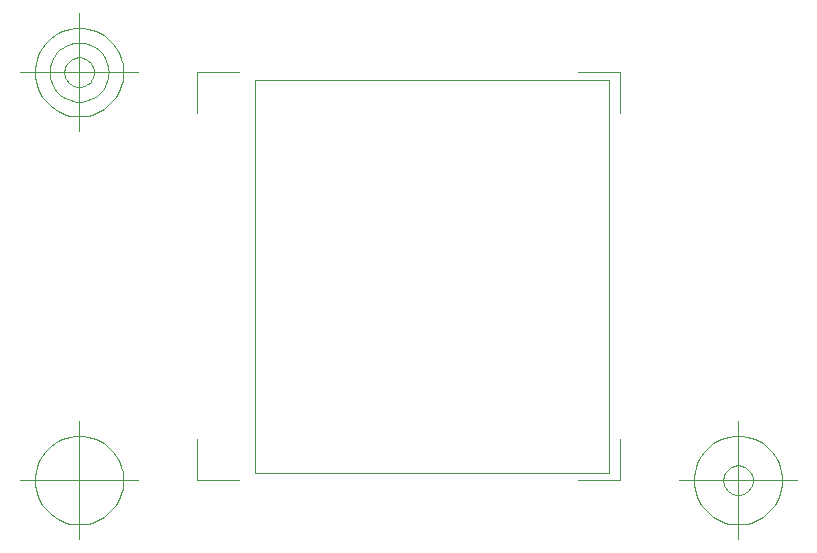
<source format=gbr>
G04 Generated by Ultiboard 10.0 *
%FSLAX25Y25*%
%MOIN*%

%ADD23C,0.00004*%
%ADD22C,0.00394*%


G04 ColorRGB 00FFFF for the following layer *
%LNLeiterplattenumriss*%
%LPD*%
%FSLAX25Y25*%
%MOIN*%
G54D23*
X0Y0D02*
X118000Y0D01*
X118000Y0D02*
X118000Y131000D01*
X118000Y131000D02*
X0Y131000D01*
X0Y131000D02*
X0Y0D01*
X0Y0D02*
X118000Y0D01*
X118000Y0D02*
X118000Y131000D01*
X118000Y131000D02*
X0Y131000D01*
X0Y131000D02*
X0Y0D01*
G54D22*
X-19400Y-2500D02*
X-19400Y11100D01*
X-19400Y-2500D02*
X-5310Y-2500D01*
X121500Y-2500D02*
X107410Y-2500D01*
X121500Y-2500D02*
X121500Y11100D01*
X121500Y133500D02*
X121500Y119900D01*
X121500Y133500D02*
X107410Y133500D01*
X-19400Y133500D02*
X-5310Y133500D01*
X-19400Y133500D02*
X-19400Y119900D01*
X-39085Y-2500D02*
X-78455Y-2500D01*
X-58770Y-22185D02*
X-58770Y17185D01*
X-44006Y-2500D02*
X-44077Y-1053D01*
X-44077Y-1053D02*
X-44290Y380D01*
X-44290Y380D02*
X-44642Y1786D01*
X-44642Y1786D02*
X-45130Y3150D01*
X-45130Y3150D02*
X-45750Y4460D01*
X-45750Y4460D02*
X-46494Y5702D01*
X-46494Y5702D02*
X-47358Y6866D01*
X-47358Y6866D02*
X-48331Y7940D01*
X-48331Y7940D02*
X-49404Y8913D01*
X-49404Y8913D02*
X-50568Y9776D01*
X-50568Y9776D02*
X-51810Y10520D01*
X-51810Y10520D02*
X-53120Y11140D01*
X-53120Y11140D02*
X-54484Y11628D01*
X-54484Y11628D02*
X-55890Y11980D01*
X-55890Y11980D02*
X-57323Y12193D01*
X-57323Y12193D02*
X-58770Y12264D01*
X-58770Y12264D02*
X-60217Y12193D01*
X-60217Y12193D02*
X-61650Y11980D01*
X-61650Y11980D02*
X-63056Y11628D01*
X-63056Y11628D02*
X-64420Y11140D01*
X-64420Y11140D02*
X-65730Y10520D01*
X-65730Y10520D02*
X-66972Y9776D01*
X-66972Y9776D02*
X-68136Y8913D01*
X-68136Y8913D02*
X-69210Y7940D01*
X-69210Y7940D02*
X-70183Y6866D01*
X-70183Y6866D02*
X-71046Y5702D01*
X-71046Y5702D02*
X-71791Y4460D01*
X-71791Y4460D02*
X-72410Y3150D01*
X-72410Y3150D02*
X-72898Y1786D01*
X-72898Y1786D02*
X-73250Y380D01*
X-73250Y380D02*
X-73463Y-1053D01*
X-73463Y-1053D02*
X-73534Y-2500D01*
X-73534Y-2500D02*
X-73463Y-3947D01*
X-73463Y-3947D02*
X-73250Y-5380D01*
X-73250Y-5380D02*
X-72898Y-6786D01*
X-72898Y-6786D02*
X-72410Y-8150D01*
X-72410Y-8150D02*
X-71791Y-9460D01*
X-71791Y-9460D02*
X-71046Y-10702D01*
X-71046Y-10702D02*
X-70183Y-11866D01*
X-70183Y-11866D02*
X-69210Y-12940D01*
X-69210Y-12940D02*
X-68136Y-13913D01*
X-68136Y-13913D02*
X-66972Y-14776D01*
X-66972Y-14776D02*
X-65730Y-15520D01*
X-65730Y-15520D02*
X-64420Y-16140D01*
X-64420Y-16140D02*
X-63056Y-16628D01*
X-63056Y-16628D02*
X-61650Y-16980D01*
X-61650Y-16980D02*
X-60217Y-17193D01*
X-60217Y-17193D02*
X-58770Y-17264D01*
X-58770Y-17264D02*
X-57323Y-17193D01*
X-57323Y-17193D02*
X-55890Y-16980D01*
X-55890Y-16980D02*
X-54484Y-16628D01*
X-54484Y-16628D02*
X-53120Y-16140D01*
X-53120Y-16140D02*
X-51810Y-15520D01*
X-51810Y-15520D02*
X-50568Y-14776D01*
X-50568Y-14776D02*
X-49404Y-13913D01*
X-49404Y-13913D02*
X-48331Y-12940D01*
X-48331Y-12940D02*
X-47358Y-11866D01*
X-47358Y-11866D02*
X-46494Y-10702D01*
X-46494Y-10702D02*
X-45750Y-9460D01*
X-45750Y-9460D02*
X-45130Y-8150D01*
X-45130Y-8150D02*
X-44642Y-6786D01*
X-44642Y-6786D02*
X-44290Y-5380D01*
X-44290Y-5380D02*
X-44077Y-3947D01*
X-44077Y-3947D02*
X-44006Y-2500D01*
X141185Y-2500D02*
X180555Y-2500D01*
X160870Y-22185D02*
X160870Y17185D01*
X175634Y-2500D02*
X175563Y-1053D01*
X175563Y-1053D02*
X175350Y380D01*
X175350Y380D02*
X174998Y1786D01*
X174998Y1786D02*
X174510Y3150D01*
X174510Y3150D02*
X173891Y4460D01*
X173891Y4460D02*
X173146Y5702D01*
X173146Y5702D02*
X172283Y6866D01*
X172283Y6866D02*
X171310Y7940D01*
X171310Y7940D02*
X170236Y8913D01*
X170236Y8913D02*
X169072Y9776D01*
X169072Y9776D02*
X167830Y10520D01*
X167830Y10520D02*
X166520Y11140D01*
X166520Y11140D02*
X165156Y11628D01*
X165156Y11628D02*
X163750Y11980D01*
X163750Y11980D02*
X162317Y12193D01*
X162317Y12193D02*
X160870Y12264D01*
X160870Y12264D02*
X159423Y12193D01*
X159423Y12193D02*
X157990Y11980D01*
X157990Y11980D02*
X156584Y11628D01*
X156584Y11628D02*
X155220Y11140D01*
X155220Y11140D02*
X153910Y10520D01*
X153910Y10520D02*
X152668Y9776D01*
X152668Y9776D02*
X151504Y8913D01*
X151504Y8913D02*
X150431Y7940D01*
X150431Y7940D02*
X149458Y6866D01*
X149458Y6866D02*
X148594Y5702D01*
X148594Y5702D02*
X147850Y4460D01*
X147850Y4460D02*
X147230Y3150D01*
X147230Y3150D02*
X146742Y1786D01*
X146742Y1786D02*
X146390Y380D01*
X146390Y380D02*
X146177Y-1053D01*
X146177Y-1053D02*
X146106Y-2500D01*
X146106Y-2500D02*
X146177Y-3947D01*
X146177Y-3947D02*
X146390Y-5380D01*
X146390Y-5380D02*
X146742Y-6786D01*
X146742Y-6786D02*
X147230Y-8150D01*
X147230Y-8150D02*
X147850Y-9460D01*
X147850Y-9460D02*
X148594Y-10702D01*
X148594Y-10702D02*
X149458Y-11866D01*
X149458Y-11866D02*
X150431Y-12940D01*
X150431Y-12940D02*
X151504Y-13913D01*
X151504Y-13913D02*
X152668Y-14776D01*
X152668Y-14776D02*
X153910Y-15520D01*
X153910Y-15520D02*
X155220Y-16140D01*
X155220Y-16140D02*
X156584Y-16628D01*
X156584Y-16628D02*
X157990Y-16980D01*
X157990Y-16980D02*
X159423Y-17193D01*
X159423Y-17193D02*
X160870Y-17264D01*
X160870Y-17264D02*
X162317Y-17193D01*
X162317Y-17193D02*
X163750Y-16980D01*
X163750Y-16980D02*
X165156Y-16628D01*
X165156Y-16628D02*
X166520Y-16140D01*
X166520Y-16140D02*
X167830Y-15520D01*
X167830Y-15520D02*
X169072Y-14776D01*
X169072Y-14776D02*
X170236Y-13913D01*
X170236Y-13913D02*
X171310Y-12940D01*
X171310Y-12940D02*
X172283Y-11866D01*
X172283Y-11866D02*
X173146Y-10702D01*
X173146Y-10702D02*
X173891Y-9460D01*
X173891Y-9460D02*
X174510Y-8150D01*
X174510Y-8150D02*
X174998Y-6786D01*
X174998Y-6786D02*
X175350Y-5380D01*
X175350Y-5380D02*
X175563Y-3947D01*
X175563Y-3947D02*
X175634Y-2500D01*
X165791Y-2500D02*
X165768Y-2018D01*
X165768Y-2018D02*
X165697Y-1540D01*
X165697Y-1540D02*
X165579Y-1071D01*
X165579Y-1071D02*
X165417Y-617D01*
X165417Y-617D02*
X165210Y-180D01*
X165210Y-180D02*
X164962Y234D01*
X164962Y234D02*
X164674Y622D01*
X164674Y622D02*
X164350Y980D01*
X164350Y980D02*
X163992Y1304D01*
X163992Y1304D02*
X163604Y1592D01*
X163604Y1592D02*
X163190Y1840D01*
X163190Y1840D02*
X162753Y2047D01*
X162753Y2047D02*
X162299Y2209D01*
X162299Y2209D02*
X161830Y2327D01*
X161830Y2327D02*
X161352Y2398D01*
X161352Y2398D02*
X160870Y2421D01*
X160870Y2421D02*
X160388Y2398D01*
X160388Y2398D02*
X159910Y2327D01*
X159910Y2327D02*
X159442Y2209D01*
X159442Y2209D02*
X158987Y2047D01*
X158987Y2047D02*
X158550Y1840D01*
X158550Y1840D02*
X158136Y1592D01*
X158136Y1592D02*
X157748Y1304D01*
X157748Y1304D02*
X157390Y980D01*
X157390Y980D02*
X157066Y622D01*
X157066Y622D02*
X156778Y234D01*
X156778Y234D02*
X156530Y-180D01*
X156530Y-180D02*
X156323Y-617D01*
X156323Y-617D02*
X156161Y-1071D01*
X156161Y-1071D02*
X156043Y-1540D01*
X156043Y-1540D02*
X155973Y-2018D01*
X155973Y-2018D02*
X155949Y-2500D01*
X155949Y-2500D02*
X155973Y-2982D01*
X155973Y-2982D02*
X156043Y-3460D01*
X156043Y-3460D02*
X156161Y-3929D01*
X156161Y-3929D02*
X156323Y-4383D01*
X156323Y-4383D02*
X156530Y-4820D01*
X156530Y-4820D02*
X156778Y-5234D01*
X156778Y-5234D02*
X157066Y-5622D01*
X157066Y-5622D02*
X157390Y-5980D01*
X157390Y-5980D02*
X157748Y-6304D01*
X157748Y-6304D02*
X158136Y-6592D01*
X158136Y-6592D02*
X158550Y-6840D01*
X158550Y-6840D02*
X158987Y-7047D01*
X158987Y-7047D02*
X159442Y-7209D01*
X159442Y-7209D02*
X159910Y-7327D01*
X159910Y-7327D02*
X160388Y-7398D01*
X160388Y-7398D02*
X160870Y-7421D01*
X160870Y-7421D02*
X161352Y-7398D01*
X161352Y-7398D02*
X161830Y-7327D01*
X161830Y-7327D02*
X162299Y-7209D01*
X162299Y-7209D02*
X162753Y-7047D01*
X162753Y-7047D02*
X163190Y-6840D01*
X163190Y-6840D02*
X163604Y-6592D01*
X163604Y-6592D02*
X163992Y-6304D01*
X163992Y-6304D02*
X164350Y-5980D01*
X164350Y-5980D02*
X164674Y-5622D01*
X164674Y-5622D02*
X164962Y-5234D01*
X164962Y-5234D02*
X165210Y-4820D01*
X165210Y-4820D02*
X165417Y-4383D01*
X165417Y-4383D02*
X165579Y-3929D01*
X165579Y-3929D02*
X165697Y-3460D01*
X165697Y-3460D02*
X165768Y-2982D01*
X165768Y-2982D02*
X165791Y-2500D01*
X-39085Y133500D02*
X-78455Y133500D01*
X-58770Y113815D02*
X-58770Y153185D01*
X-44006Y133500D02*
X-44077Y134947D01*
X-44077Y134947D02*
X-44290Y136380D01*
X-44290Y136380D02*
X-44642Y137786D01*
X-44642Y137786D02*
X-45130Y139150D01*
X-45130Y139150D02*
X-45750Y140460D01*
X-45750Y140460D02*
X-46494Y141702D01*
X-46494Y141702D02*
X-47358Y142866D01*
X-47358Y142866D02*
X-48331Y143940D01*
X-48331Y143940D02*
X-49404Y144913D01*
X-49404Y144913D02*
X-50568Y145776D01*
X-50568Y145776D02*
X-51810Y146520D01*
X-51810Y146520D02*
X-53120Y147140D01*
X-53120Y147140D02*
X-54484Y147628D01*
X-54484Y147628D02*
X-55890Y147980D01*
X-55890Y147980D02*
X-57323Y148193D01*
X-57323Y148193D02*
X-58770Y148264D01*
X-58770Y148264D02*
X-60217Y148193D01*
X-60217Y148193D02*
X-61650Y147980D01*
X-61650Y147980D02*
X-63056Y147628D01*
X-63056Y147628D02*
X-64420Y147140D01*
X-64420Y147140D02*
X-65730Y146520D01*
X-65730Y146520D02*
X-66972Y145776D01*
X-66972Y145776D02*
X-68136Y144913D01*
X-68136Y144913D02*
X-69210Y143940D01*
X-69210Y143940D02*
X-70183Y142866D01*
X-70183Y142866D02*
X-71046Y141702D01*
X-71046Y141702D02*
X-71791Y140460D01*
X-71791Y140460D02*
X-72410Y139150D01*
X-72410Y139150D02*
X-72898Y137786D01*
X-72898Y137786D02*
X-73250Y136380D01*
X-73250Y136380D02*
X-73463Y134947D01*
X-73463Y134947D02*
X-73534Y133500D01*
X-73534Y133500D02*
X-73463Y132053D01*
X-73463Y132053D02*
X-73250Y130620D01*
X-73250Y130620D02*
X-72898Y129214D01*
X-72898Y129214D02*
X-72410Y127850D01*
X-72410Y127850D02*
X-71791Y126540D01*
X-71791Y126540D02*
X-71046Y125298D01*
X-71046Y125298D02*
X-70183Y124134D01*
X-70183Y124134D02*
X-69210Y123060D01*
X-69210Y123060D02*
X-68136Y122087D01*
X-68136Y122087D02*
X-66972Y121224D01*
X-66972Y121224D02*
X-65730Y120480D01*
X-65730Y120480D02*
X-64420Y119860D01*
X-64420Y119860D02*
X-63056Y119372D01*
X-63056Y119372D02*
X-61650Y119020D01*
X-61650Y119020D02*
X-60217Y118807D01*
X-60217Y118807D02*
X-58770Y118736D01*
X-58770Y118736D02*
X-57323Y118807D01*
X-57323Y118807D02*
X-55890Y119020D01*
X-55890Y119020D02*
X-54484Y119372D01*
X-54484Y119372D02*
X-53120Y119860D01*
X-53120Y119860D02*
X-51810Y120480D01*
X-51810Y120480D02*
X-50568Y121224D01*
X-50568Y121224D02*
X-49404Y122087D01*
X-49404Y122087D02*
X-48331Y123060D01*
X-48331Y123060D02*
X-47358Y124134D01*
X-47358Y124134D02*
X-46494Y125298D01*
X-46494Y125298D02*
X-45750Y126540D01*
X-45750Y126540D02*
X-45130Y127850D01*
X-45130Y127850D02*
X-44642Y129214D01*
X-44642Y129214D02*
X-44290Y130620D01*
X-44290Y130620D02*
X-44077Y132053D01*
X-44077Y132053D02*
X-44006Y133500D01*
X-48928Y133500D02*
X-48975Y134465D01*
X-48975Y134465D02*
X-49117Y135420D01*
X-49117Y135420D02*
X-49351Y136357D01*
X-49351Y136357D02*
X-49677Y137267D01*
X-49677Y137267D02*
X-50090Y138140D01*
X-50090Y138140D02*
X-50586Y138968D01*
X-50586Y138968D02*
X-51162Y139744D01*
X-51162Y139744D02*
X-51810Y140460D01*
X-51810Y140460D02*
X-52526Y141108D01*
X-52526Y141108D02*
X-53302Y141684D01*
X-53302Y141684D02*
X-54130Y142180D01*
X-54130Y142180D02*
X-55004Y142593D01*
X-55004Y142593D02*
X-55913Y142919D01*
X-55913Y142919D02*
X-56850Y143153D01*
X-56850Y143153D02*
X-57805Y143295D01*
X-57805Y143295D02*
X-58770Y143343D01*
X-58770Y143343D02*
X-59735Y143295D01*
X-59735Y143295D02*
X-60690Y143153D01*
X-60690Y143153D02*
X-61627Y142919D01*
X-61627Y142919D02*
X-62537Y142593D01*
X-62537Y142593D02*
X-63410Y142180D01*
X-63410Y142180D02*
X-64238Y141684D01*
X-64238Y141684D02*
X-65014Y141108D01*
X-65014Y141108D02*
X-65730Y140460D01*
X-65730Y140460D02*
X-66378Y139744D01*
X-66378Y139744D02*
X-66954Y138968D01*
X-66954Y138968D02*
X-67450Y138140D01*
X-67450Y138140D02*
X-67863Y137267D01*
X-67863Y137267D02*
X-68189Y136357D01*
X-68189Y136357D02*
X-68423Y135420D01*
X-68423Y135420D02*
X-68565Y134465D01*
X-68565Y134465D02*
X-68613Y133500D01*
X-68613Y133500D02*
X-68565Y132535D01*
X-68565Y132535D02*
X-68423Y131580D01*
X-68423Y131580D02*
X-68189Y130643D01*
X-68189Y130643D02*
X-67863Y129733D01*
X-67863Y129733D02*
X-67450Y128860D01*
X-67450Y128860D02*
X-66954Y128032D01*
X-66954Y128032D02*
X-66378Y127256D01*
X-66378Y127256D02*
X-65730Y126540D01*
X-65730Y126540D02*
X-65014Y125892D01*
X-65014Y125892D02*
X-64238Y125316D01*
X-64238Y125316D02*
X-63410Y124820D01*
X-63410Y124820D02*
X-62537Y124407D01*
X-62537Y124407D02*
X-61627Y124081D01*
X-61627Y124081D02*
X-60690Y123847D01*
X-60690Y123847D02*
X-59735Y123705D01*
X-59735Y123705D02*
X-58770Y123657D01*
X-58770Y123657D02*
X-57805Y123705D01*
X-57805Y123705D02*
X-56850Y123847D01*
X-56850Y123847D02*
X-55913Y124081D01*
X-55913Y124081D02*
X-55004Y124407D01*
X-55004Y124407D02*
X-54130Y124820D01*
X-54130Y124820D02*
X-53302Y125316D01*
X-53302Y125316D02*
X-52526Y125892D01*
X-52526Y125892D02*
X-51810Y126540D01*
X-51810Y126540D02*
X-51162Y127256D01*
X-51162Y127256D02*
X-50586Y128032D01*
X-50586Y128032D02*
X-50090Y128860D01*
X-50090Y128860D02*
X-49677Y129733D01*
X-49677Y129733D02*
X-49351Y130643D01*
X-49351Y130643D02*
X-49117Y131580D01*
X-49117Y131580D02*
X-48975Y132535D01*
X-48975Y132535D02*
X-48928Y133500D01*
X-53849Y133500D02*
X-53873Y133982D01*
X-53873Y133982D02*
X-53943Y134460D01*
X-53943Y134460D02*
X-54061Y134929D01*
X-54061Y134929D02*
X-54223Y135383D01*
X-54223Y135383D02*
X-54430Y135820D01*
X-54430Y135820D02*
X-54678Y136234D01*
X-54678Y136234D02*
X-54966Y136622D01*
X-54966Y136622D02*
X-55290Y136980D01*
X-55290Y136980D02*
X-55648Y137304D01*
X-55648Y137304D02*
X-56036Y137592D01*
X-56036Y137592D02*
X-56450Y137840D01*
X-56450Y137840D02*
X-56887Y138047D01*
X-56887Y138047D02*
X-57342Y138209D01*
X-57342Y138209D02*
X-57810Y138327D01*
X-57810Y138327D02*
X-58288Y138398D01*
X-58288Y138398D02*
X-58770Y138421D01*
X-58770Y138421D02*
X-59252Y138398D01*
X-59252Y138398D02*
X-59730Y138327D01*
X-59730Y138327D02*
X-60199Y138209D01*
X-60199Y138209D02*
X-60653Y138047D01*
X-60653Y138047D02*
X-61090Y137840D01*
X-61090Y137840D02*
X-61504Y137592D01*
X-61504Y137592D02*
X-61892Y137304D01*
X-61892Y137304D02*
X-62250Y136980D01*
X-62250Y136980D02*
X-62574Y136622D01*
X-62574Y136622D02*
X-62862Y136234D01*
X-62862Y136234D02*
X-63110Y135820D01*
X-63110Y135820D02*
X-63317Y135383D01*
X-63317Y135383D02*
X-63479Y134929D01*
X-63479Y134929D02*
X-63597Y134460D01*
X-63597Y134460D02*
X-63668Y133982D01*
X-63668Y133982D02*
X-63691Y133500D01*
X-63691Y133500D02*
X-63668Y133018D01*
X-63668Y133018D02*
X-63597Y132540D01*
X-63597Y132540D02*
X-63479Y132071D01*
X-63479Y132071D02*
X-63317Y131617D01*
X-63317Y131617D02*
X-63110Y131180D01*
X-63110Y131180D02*
X-62862Y130766D01*
X-62862Y130766D02*
X-62574Y130378D01*
X-62574Y130378D02*
X-62250Y130020D01*
X-62250Y130020D02*
X-61892Y129696D01*
X-61892Y129696D02*
X-61504Y129408D01*
X-61504Y129408D02*
X-61090Y129160D01*
X-61090Y129160D02*
X-60653Y128953D01*
X-60653Y128953D02*
X-60199Y128791D01*
X-60199Y128791D02*
X-59730Y128673D01*
X-59730Y128673D02*
X-59252Y128602D01*
X-59252Y128602D02*
X-58770Y128579D01*
X-58770Y128579D02*
X-58288Y128602D01*
X-58288Y128602D02*
X-57810Y128673D01*
X-57810Y128673D02*
X-57342Y128791D01*
X-57342Y128791D02*
X-56887Y128953D01*
X-56887Y128953D02*
X-56450Y129160D01*
X-56450Y129160D02*
X-56036Y129408D01*
X-56036Y129408D02*
X-55648Y129696D01*
X-55648Y129696D02*
X-55290Y130020D01*
X-55290Y130020D02*
X-54966Y130378D01*
X-54966Y130378D02*
X-54678Y130766D01*
X-54678Y130766D02*
X-54430Y131180D01*
X-54430Y131180D02*
X-54223Y131617D01*
X-54223Y131617D02*
X-54061Y132071D01*
X-54061Y132071D02*
X-53943Y132540D01*
X-53943Y132540D02*
X-53873Y133018D01*
X-53873Y133018D02*
X-53849Y133500D01*
X-19400Y-2500D02*
X-19400Y11100D01*
X-19400Y-2500D02*
X-5310Y-2500D01*
X121500Y-2500D02*
X107410Y-2500D01*
X121500Y-2500D02*
X121500Y11100D01*
X121500Y133500D02*
X121500Y119900D01*
X121500Y133500D02*
X107410Y133500D01*
X-19400Y133500D02*
X-5310Y133500D01*
X-19400Y133500D02*
X-19400Y119900D01*
X-39085Y-2500D02*
X-78455Y-2500D01*
X-58770Y-22185D02*
X-58770Y17185D01*
X-44006Y-2500D02*
X-44077Y-1053D01*
X-44077Y-1053D02*
X-44290Y380D01*
X-44290Y380D02*
X-44642Y1786D01*
X-44642Y1786D02*
X-45130Y3150D01*
X-45130Y3150D02*
X-45750Y4460D01*
X-45750Y4460D02*
X-46494Y5702D01*
X-46494Y5702D02*
X-47358Y6866D01*
X-47358Y6866D02*
X-48331Y7940D01*
X-48331Y7940D02*
X-49404Y8913D01*
X-49404Y8913D02*
X-50568Y9776D01*
X-50568Y9776D02*
X-51810Y10520D01*
X-51810Y10520D02*
X-53120Y11140D01*
X-53120Y11140D02*
X-54484Y11628D01*
X-54484Y11628D02*
X-55890Y11980D01*
X-55890Y11980D02*
X-57323Y12193D01*
X-57323Y12193D02*
X-58770Y12264D01*
X-58770Y12264D02*
X-60217Y12193D01*
X-60217Y12193D02*
X-61650Y11980D01*
X-61650Y11980D02*
X-63056Y11628D01*
X-63056Y11628D02*
X-64420Y11140D01*
X-64420Y11140D02*
X-65730Y10520D01*
X-65730Y10520D02*
X-66972Y9776D01*
X-66972Y9776D02*
X-68136Y8913D01*
X-68136Y8913D02*
X-69210Y7940D01*
X-69210Y7940D02*
X-70183Y6866D01*
X-70183Y6866D02*
X-71046Y5702D01*
X-71046Y5702D02*
X-71791Y4460D01*
X-71791Y4460D02*
X-72410Y3150D01*
X-72410Y3150D02*
X-72898Y1786D01*
X-72898Y1786D02*
X-73250Y380D01*
X-73250Y380D02*
X-73463Y-1053D01*
X-73463Y-1053D02*
X-73534Y-2500D01*
X-73534Y-2500D02*
X-73463Y-3947D01*
X-73463Y-3947D02*
X-73250Y-5380D01*
X-73250Y-5380D02*
X-72898Y-6786D01*
X-72898Y-6786D02*
X-72410Y-8150D01*
X-72410Y-8150D02*
X-71791Y-9460D01*
X-71791Y-9460D02*
X-71046Y-10702D01*
X-71046Y-10702D02*
X-70183Y-11866D01*
X-70183Y-11866D02*
X-69210Y-12940D01*
X-69210Y-12940D02*
X-68136Y-13913D01*
X-68136Y-13913D02*
X-66972Y-14776D01*
X-66972Y-14776D02*
X-65730Y-15520D01*
X-65730Y-15520D02*
X-64420Y-16140D01*
X-64420Y-16140D02*
X-63056Y-16628D01*
X-63056Y-16628D02*
X-61650Y-16980D01*
X-61650Y-16980D02*
X-60217Y-17193D01*
X-60217Y-17193D02*
X-58770Y-17264D01*
X-58770Y-17264D02*
X-57323Y-17193D01*
X-57323Y-17193D02*
X-55890Y-16980D01*
X-55890Y-16980D02*
X-54484Y-16628D01*
X-54484Y-16628D02*
X-53120Y-16140D01*
X-53120Y-16140D02*
X-51810Y-15520D01*
X-51810Y-15520D02*
X-50568Y-14776D01*
X-50568Y-14776D02*
X-49404Y-13913D01*
X-49404Y-13913D02*
X-48331Y-12940D01*
X-48331Y-12940D02*
X-47358Y-11866D01*
X-47358Y-11866D02*
X-46494Y-10702D01*
X-46494Y-10702D02*
X-45750Y-9460D01*
X-45750Y-9460D02*
X-45130Y-8150D01*
X-45130Y-8150D02*
X-44642Y-6786D01*
X-44642Y-6786D02*
X-44290Y-5380D01*
X-44290Y-5380D02*
X-44077Y-3947D01*
X-44077Y-3947D02*
X-44006Y-2500D01*
X141185Y-2500D02*
X180555Y-2500D01*
X160870Y-22185D02*
X160870Y17185D01*
X175634Y-2500D02*
X175563Y-1053D01*
X175563Y-1053D02*
X175350Y380D01*
X175350Y380D02*
X174998Y1786D01*
X174998Y1786D02*
X174510Y3150D01*
X174510Y3150D02*
X173891Y4460D01*
X173891Y4460D02*
X173146Y5702D01*
X173146Y5702D02*
X172283Y6866D01*
X172283Y6866D02*
X171310Y7940D01*
X171310Y7940D02*
X170236Y8913D01*
X170236Y8913D02*
X169072Y9776D01*
X169072Y9776D02*
X167830Y10520D01*
X167830Y10520D02*
X166520Y11140D01*
X166520Y11140D02*
X165156Y11628D01*
X165156Y11628D02*
X163750Y11980D01*
X163750Y11980D02*
X162317Y12193D01*
X162317Y12193D02*
X160870Y12264D01*
X160870Y12264D02*
X159423Y12193D01*
X159423Y12193D02*
X157990Y11980D01*
X157990Y11980D02*
X156584Y11628D01*
X156584Y11628D02*
X155220Y11140D01*
X155220Y11140D02*
X153910Y10520D01*
X153910Y10520D02*
X152668Y9776D01*
X152668Y9776D02*
X151504Y8913D01*
X151504Y8913D02*
X150431Y7940D01*
X150431Y7940D02*
X149458Y6866D01*
X149458Y6866D02*
X148594Y5702D01*
X148594Y5702D02*
X147850Y4460D01*
X147850Y4460D02*
X147230Y3150D01*
X147230Y3150D02*
X146742Y1786D01*
X146742Y1786D02*
X146390Y380D01*
X146390Y380D02*
X146177Y-1053D01*
X146177Y-1053D02*
X146106Y-2500D01*
X146106Y-2500D02*
X146177Y-3947D01*
X146177Y-3947D02*
X146390Y-5380D01*
X146390Y-5380D02*
X146742Y-6786D01*
X146742Y-6786D02*
X147230Y-8150D01*
X147230Y-8150D02*
X147850Y-9460D01*
X147850Y-9460D02*
X148594Y-10702D01*
X148594Y-10702D02*
X149458Y-11866D01*
X149458Y-11866D02*
X150431Y-12940D01*
X150431Y-12940D02*
X151504Y-13913D01*
X151504Y-13913D02*
X152668Y-14776D01*
X152668Y-14776D02*
X153910Y-15520D01*
X153910Y-15520D02*
X155220Y-16140D01*
X155220Y-16140D02*
X156584Y-16628D01*
X156584Y-16628D02*
X157990Y-16980D01*
X157990Y-16980D02*
X159423Y-17193D01*
X159423Y-17193D02*
X160870Y-17264D01*
X160870Y-17264D02*
X162317Y-17193D01*
X162317Y-17193D02*
X163750Y-16980D01*
X163750Y-16980D02*
X165156Y-16628D01*
X165156Y-16628D02*
X166520Y-16140D01*
X166520Y-16140D02*
X167830Y-15520D01*
X167830Y-15520D02*
X169072Y-14776D01*
X169072Y-14776D02*
X170236Y-13913D01*
X170236Y-13913D02*
X171310Y-12940D01*
X171310Y-12940D02*
X172283Y-11866D01*
X172283Y-11866D02*
X173146Y-10702D01*
X173146Y-10702D02*
X173891Y-9460D01*
X173891Y-9460D02*
X174510Y-8150D01*
X174510Y-8150D02*
X174998Y-6786D01*
X174998Y-6786D02*
X175350Y-5380D01*
X175350Y-5380D02*
X175563Y-3947D01*
X175563Y-3947D02*
X175634Y-2500D01*
X165791Y-2500D02*
X165768Y-2018D01*
X165768Y-2018D02*
X165697Y-1540D01*
X165697Y-1540D02*
X165579Y-1071D01*
X165579Y-1071D02*
X165417Y-617D01*
X165417Y-617D02*
X165210Y-180D01*
X165210Y-180D02*
X164962Y234D01*
X164962Y234D02*
X164674Y622D01*
X164674Y622D02*
X164350Y980D01*
X164350Y980D02*
X163992Y1304D01*
X163992Y1304D02*
X163604Y1592D01*
X163604Y1592D02*
X163190Y1840D01*
X163190Y1840D02*
X162753Y2047D01*
X162753Y2047D02*
X162299Y2209D01*
X162299Y2209D02*
X161830Y2327D01*
X161830Y2327D02*
X161352Y2398D01*
X161352Y2398D02*
X160870Y2421D01*
X160870Y2421D02*
X160388Y2398D01*
X160388Y2398D02*
X159910Y2327D01*
X159910Y2327D02*
X159442Y2209D01*
X159442Y2209D02*
X158987Y2047D01*
X158987Y2047D02*
X158550Y1840D01*
X158550Y1840D02*
X158136Y1592D01*
X158136Y1592D02*
X157748Y1304D01*
X157748Y1304D02*
X157390Y980D01*
X157390Y980D02*
X157066Y622D01*
X157066Y622D02*
X156778Y234D01*
X156778Y234D02*
X156530Y-180D01*
X156530Y-180D02*
X156323Y-617D01*
X156323Y-617D02*
X156161Y-1071D01*
X156161Y-1071D02*
X156043Y-1540D01*
X156043Y-1540D02*
X155973Y-2018D01*
X155973Y-2018D02*
X155949Y-2500D01*
X155949Y-2500D02*
X155973Y-2982D01*
X155973Y-2982D02*
X156043Y-3460D01*
X156043Y-3460D02*
X156161Y-3929D01*
X156161Y-3929D02*
X156323Y-4383D01*
X156323Y-4383D02*
X156530Y-4820D01*
X156530Y-4820D02*
X156778Y-5234D01*
X156778Y-5234D02*
X157066Y-5622D01*
X157066Y-5622D02*
X157390Y-5980D01*
X157390Y-5980D02*
X157748Y-6304D01*
X157748Y-6304D02*
X158136Y-6592D01*
X158136Y-6592D02*
X158550Y-6840D01*
X158550Y-6840D02*
X158987Y-7047D01*
X158987Y-7047D02*
X159442Y-7209D01*
X159442Y-7209D02*
X159910Y-7327D01*
X159910Y-7327D02*
X160388Y-7398D01*
X160388Y-7398D02*
X160870Y-7421D01*
X160870Y-7421D02*
X161352Y-7398D01*
X161352Y-7398D02*
X161830Y-7327D01*
X161830Y-7327D02*
X162299Y-7209D01*
X162299Y-7209D02*
X162753Y-7047D01*
X162753Y-7047D02*
X163190Y-6840D01*
X163190Y-6840D02*
X163604Y-6592D01*
X163604Y-6592D02*
X163992Y-6304D01*
X163992Y-6304D02*
X164350Y-5980D01*
X164350Y-5980D02*
X164674Y-5622D01*
X164674Y-5622D02*
X164962Y-5234D01*
X164962Y-5234D02*
X165210Y-4820D01*
X165210Y-4820D02*
X165417Y-4383D01*
X165417Y-4383D02*
X165579Y-3929D01*
X165579Y-3929D02*
X165697Y-3460D01*
X165697Y-3460D02*
X165768Y-2982D01*
X165768Y-2982D02*
X165791Y-2500D01*
X-39085Y133500D02*
X-78455Y133500D01*
X-58770Y113815D02*
X-58770Y153185D01*
X-44006Y133500D02*
X-44077Y134947D01*
X-44077Y134947D02*
X-44290Y136380D01*
X-44290Y136380D02*
X-44642Y137786D01*
X-44642Y137786D02*
X-45130Y139150D01*
X-45130Y139150D02*
X-45750Y140460D01*
X-45750Y140460D02*
X-46494Y141702D01*
X-46494Y141702D02*
X-47358Y142866D01*
X-47358Y142866D02*
X-48331Y143940D01*
X-48331Y143940D02*
X-49404Y144913D01*
X-49404Y144913D02*
X-50568Y145776D01*
X-50568Y145776D02*
X-51810Y146520D01*
X-51810Y146520D02*
X-53120Y147140D01*
X-53120Y147140D02*
X-54484Y147628D01*
X-54484Y147628D02*
X-55890Y147980D01*
X-55890Y147980D02*
X-57323Y148193D01*
X-57323Y148193D02*
X-58770Y148264D01*
X-58770Y148264D02*
X-60217Y148193D01*
X-60217Y148193D02*
X-61650Y147980D01*
X-61650Y147980D02*
X-63056Y147628D01*
X-63056Y147628D02*
X-64420Y147140D01*
X-64420Y147140D02*
X-65730Y146520D01*
X-65730Y146520D02*
X-66972Y145776D01*
X-66972Y145776D02*
X-68136Y144913D01*
X-68136Y144913D02*
X-69210Y143940D01*
X-69210Y143940D02*
X-70183Y142866D01*
X-70183Y142866D02*
X-71046Y141702D01*
X-71046Y141702D02*
X-71791Y140460D01*
X-71791Y140460D02*
X-72410Y139150D01*
X-72410Y139150D02*
X-72898Y137786D01*
X-72898Y137786D02*
X-73250Y136380D01*
X-73250Y136380D02*
X-73463Y134947D01*
X-73463Y134947D02*
X-73534Y133500D01*
X-73534Y133500D02*
X-73463Y132053D01*
X-73463Y132053D02*
X-73250Y130620D01*
X-73250Y130620D02*
X-72898Y129214D01*
X-72898Y129214D02*
X-72410Y127850D01*
X-72410Y127850D02*
X-71791Y126540D01*
X-71791Y126540D02*
X-71046Y125298D01*
X-71046Y125298D02*
X-70183Y124134D01*
X-70183Y124134D02*
X-69210Y123060D01*
X-69210Y123060D02*
X-68136Y122087D01*
X-68136Y122087D02*
X-66972Y121224D01*
X-66972Y121224D02*
X-65730Y120480D01*
X-65730Y120480D02*
X-64420Y119860D01*
X-64420Y119860D02*
X-63056Y119372D01*
X-63056Y119372D02*
X-61650Y119020D01*
X-61650Y119020D02*
X-60217Y118807D01*
X-60217Y118807D02*
X-58770Y118736D01*
X-58770Y118736D02*
X-57323Y118807D01*
X-57323Y118807D02*
X-55890Y119020D01*
X-55890Y119020D02*
X-54484Y119372D01*
X-54484Y119372D02*
X-53120Y119860D01*
X-53120Y119860D02*
X-51810Y120480D01*
X-51810Y120480D02*
X-50568Y121224D01*
X-50568Y121224D02*
X-49404Y122087D01*
X-49404Y122087D02*
X-48331Y123060D01*
X-48331Y123060D02*
X-47358Y124134D01*
X-47358Y124134D02*
X-46494Y125298D01*
X-46494Y125298D02*
X-45750Y126540D01*
X-45750Y126540D02*
X-45130Y127850D01*
X-45130Y127850D02*
X-44642Y129214D01*
X-44642Y129214D02*
X-44290Y130620D01*
X-44290Y130620D02*
X-44077Y132053D01*
X-44077Y132053D02*
X-44006Y133500D01*
X-48928Y133500D02*
X-48975Y134465D01*
X-48975Y134465D02*
X-49117Y135420D01*
X-49117Y135420D02*
X-49351Y136357D01*
X-49351Y136357D02*
X-49677Y137267D01*
X-49677Y137267D02*
X-50090Y138140D01*
X-50090Y138140D02*
X-50586Y138968D01*
X-50586Y138968D02*
X-51162Y139744D01*
X-51162Y139744D02*
X-51810Y140460D01*
X-51810Y140460D02*
X-52526Y141108D01*
X-52526Y141108D02*
X-53302Y141684D01*
X-53302Y141684D02*
X-54130Y142180D01*
X-54130Y142180D02*
X-55004Y142593D01*
X-55004Y142593D02*
X-55913Y142919D01*
X-55913Y142919D02*
X-56850Y143153D01*
X-56850Y143153D02*
X-57805Y143295D01*
X-57805Y143295D02*
X-58770Y143343D01*
X-58770Y143343D02*
X-59735Y143295D01*
X-59735Y143295D02*
X-60690Y143153D01*
X-60690Y143153D02*
X-61627Y142919D01*
X-61627Y142919D02*
X-62537Y142593D01*
X-62537Y142593D02*
X-63410Y142180D01*
X-63410Y142180D02*
X-64238Y141684D01*
X-64238Y141684D02*
X-65014Y141108D01*
X-65014Y141108D02*
X-65730Y140460D01*
X-65730Y140460D02*
X-66378Y139744D01*
X-66378Y139744D02*
X-66954Y138968D01*
X-66954Y138968D02*
X-67450Y138140D01*
X-67450Y138140D02*
X-67863Y137267D01*
X-67863Y137267D02*
X-68189Y136357D01*
X-68189Y136357D02*
X-68423Y135420D01*
X-68423Y135420D02*
X-68565Y134465D01*
X-68565Y134465D02*
X-68613Y133500D01*
X-68613Y133500D02*
X-68565Y132535D01*
X-68565Y132535D02*
X-68423Y131580D01*
X-68423Y131580D02*
X-68189Y130643D01*
X-68189Y130643D02*
X-67863Y129733D01*
X-67863Y129733D02*
X-67450Y128860D01*
X-67450Y128860D02*
X-66954Y128032D01*
X-66954Y128032D02*
X-66378Y127256D01*
X-66378Y127256D02*
X-65730Y126540D01*
X-65730Y126540D02*
X-65014Y125892D01*
X-65014Y125892D02*
X-64238Y125316D01*
X-64238Y125316D02*
X-63410Y124820D01*
X-63410Y124820D02*
X-62537Y124407D01*
X-62537Y124407D02*
X-61627Y124081D01*
X-61627Y124081D02*
X-60690Y123847D01*
X-60690Y123847D02*
X-59735Y123705D01*
X-59735Y123705D02*
X-58770Y123657D01*
X-58770Y123657D02*
X-57805Y123705D01*
X-57805Y123705D02*
X-56850Y123847D01*
X-56850Y123847D02*
X-55913Y124081D01*
X-55913Y124081D02*
X-55004Y124407D01*
X-55004Y124407D02*
X-54130Y124820D01*
X-54130Y124820D02*
X-53302Y125316D01*
X-53302Y125316D02*
X-52526Y125892D01*
X-52526Y125892D02*
X-51810Y126540D01*
X-51810Y126540D02*
X-51162Y127256D01*
X-51162Y127256D02*
X-50586Y128032D01*
X-50586Y128032D02*
X-50090Y128860D01*
X-50090Y128860D02*
X-49677Y129733D01*
X-49677Y129733D02*
X-49351Y130643D01*
X-49351Y130643D02*
X-49117Y131580D01*
X-49117Y131580D02*
X-48975Y132535D01*
X-48975Y132535D02*
X-48928Y133500D01*
X-53849Y133500D02*
X-53873Y133982D01*
X-53873Y133982D02*
X-53943Y134460D01*
X-53943Y134460D02*
X-54061Y134929D01*
X-54061Y134929D02*
X-54223Y135383D01*
X-54223Y135383D02*
X-54430Y135820D01*
X-54430Y135820D02*
X-54678Y136234D01*
X-54678Y136234D02*
X-54966Y136622D01*
X-54966Y136622D02*
X-55290Y136980D01*
X-55290Y136980D02*
X-55648Y137304D01*
X-55648Y137304D02*
X-56036Y137592D01*
X-56036Y137592D02*
X-56450Y137840D01*
X-56450Y137840D02*
X-56887Y138047D01*
X-56887Y138047D02*
X-57342Y138209D01*
X-57342Y138209D02*
X-57810Y138327D01*
X-57810Y138327D02*
X-58288Y138398D01*
X-58288Y138398D02*
X-58770Y138421D01*
X-58770Y138421D02*
X-59252Y138398D01*
X-59252Y138398D02*
X-59730Y138327D01*
X-59730Y138327D02*
X-60199Y138209D01*
X-60199Y138209D02*
X-60653Y138047D01*
X-60653Y138047D02*
X-61090Y137840D01*
X-61090Y137840D02*
X-61504Y137592D01*
X-61504Y137592D02*
X-61892Y137304D01*
X-61892Y137304D02*
X-62250Y136980D01*
X-62250Y136980D02*
X-62574Y136622D01*
X-62574Y136622D02*
X-62862Y136234D01*
X-62862Y136234D02*
X-63110Y135820D01*
X-63110Y135820D02*
X-63317Y135383D01*
X-63317Y135383D02*
X-63479Y134929D01*
X-63479Y134929D02*
X-63597Y134460D01*
X-63597Y134460D02*
X-63668Y133982D01*
X-63668Y133982D02*
X-63691Y133500D01*
X-63691Y133500D02*
X-63668Y133018D01*
X-63668Y133018D02*
X-63597Y132540D01*
X-63597Y132540D02*
X-63479Y132071D01*
X-63479Y132071D02*
X-63317Y131617D01*
X-63317Y131617D02*
X-63110Y131180D01*
X-63110Y131180D02*
X-62862Y130766D01*
X-62862Y130766D02*
X-62574Y130378D01*
X-62574Y130378D02*
X-62250Y130020D01*
X-62250Y130020D02*
X-61892Y129696D01*
X-61892Y129696D02*
X-61504Y129408D01*
X-61504Y129408D02*
X-61090Y129160D01*
X-61090Y129160D02*
X-60653Y128953D01*
X-60653Y128953D02*
X-60199Y128791D01*
X-60199Y128791D02*
X-59730Y128673D01*
X-59730Y128673D02*
X-59252Y128602D01*
X-59252Y128602D02*
X-58770Y128579D01*
X-58770Y128579D02*
X-58288Y128602D01*
X-58288Y128602D02*
X-57810Y128673D01*
X-57810Y128673D02*
X-57342Y128791D01*
X-57342Y128791D02*
X-56887Y128953D01*
X-56887Y128953D02*
X-56450Y129160D01*
X-56450Y129160D02*
X-56036Y129408D01*
X-56036Y129408D02*
X-55648Y129696D01*
X-55648Y129696D02*
X-55290Y130020D01*
X-55290Y130020D02*
X-54966Y130378D01*
X-54966Y130378D02*
X-54678Y130766D01*
X-54678Y130766D02*
X-54430Y131180D01*
X-54430Y131180D02*
X-54223Y131617D01*
X-54223Y131617D02*
X-54061Y132071D01*
X-54061Y132071D02*
X-53943Y132540D01*
X-53943Y132540D02*
X-53873Y133018D01*
X-53873Y133018D02*
X-53849Y133500D01*

M00*

</source>
